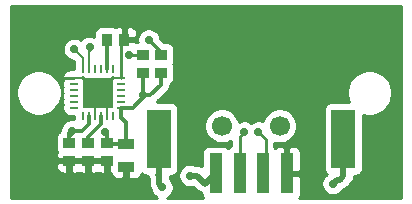
<source format=gtl>
G04 #@! TF.GenerationSoftware,KiCad,Pcbnew,5.1.9-73d0e3b20d~88~ubuntu18.04.1*
G04 #@! TF.CreationDate,2021-04-05T21:15:54-07:00*
G04 #@! TF.ProjectId,accelgyro_mpu6050_d2r3,61636365-6c67-4797-926f-5f6d70753630,rev?*
G04 #@! TF.SameCoordinates,Original*
G04 #@! TF.FileFunction,Copper,L1,Top*
G04 #@! TF.FilePolarity,Positive*
%FSLAX46Y46*%
G04 Gerber Fmt 4.6, Leading zero omitted, Abs format (unit mm)*
G04 Created by KiCad (PCBNEW 5.1.9-73d0e3b20d~88~ubuntu18.04.1) date 2021-04-05 21:15:54*
%MOMM*%
%LPD*%
G01*
G04 APERTURE LIST*
G04 #@! TA.AperFunction,SMDPad,CuDef*
%ADD10R,1.000760X0.899160*%
G04 #@! TD*
G04 #@! TA.AperFunction,SMDPad,CuDef*
%ADD11R,0.899160X1.000760*%
G04 #@! TD*
G04 #@! TA.AperFunction,SMDPad,CuDef*
%ADD12R,2.499360X2.499360*%
G04 #@! TD*
G04 #@! TA.AperFunction,SMDPad,CuDef*
%ADD13O,0.800100X0.248920*%
G04 #@! TD*
G04 #@! TA.AperFunction,SMDPad,CuDef*
%ADD14O,0.248920X0.800100*%
G04 #@! TD*
G04 #@! TA.AperFunction,ComponentPad*
%ADD15C,0.600000*%
G04 #@! TD*
G04 #@! TA.AperFunction,SMDPad,CuDef*
%ADD16R,1.397000X0.889000*%
G04 #@! TD*
G04 #@! TA.AperFunction,WasherPad*
%ADD17C,1.700000*%
G04 #@! TD*
G04 #@! TA.AperFunction,SMDPad,CuDef*
%ADD18R,1.120000X3.390000*%
G04 #@! TD*
G04 #@! TA.AperFunction,SMDPad,CuDef*
%ADD19R,2.000000X5.000000*%
G04 #@! TD*
G04 #@! TA.AperFunction,ViaPad*
%ADD20C,0.700000*%
G04 #@! TD*
G04 #@! TA.AperFunction,Conductor*
%ADD21C,0.300000*%
G04 #@! TD*
G04 #@! TA.AperFunction,Conductor*
%ADD22C,0.200000*%
G04 #@! TD*
G04 #@! TA.AperFunction,Conductor*
%ADD23C,0.500000*%
G04 #@! TD*
G04 #@! TA.AperFunction,Conductor*
%ADD24C,0.250000*%
G04 #@! TD*
G04 #@! TA.AperFunction,Conductor*
%ADD25C,0.254000*%
G04 #@! TD*
G04 #@! TA.AperFunction,Conductor*
%ADD26C,0.150000*%
G04 #@! TD*
G04 APERTURE END LIST*
D10*
X140600000Y-105751840D03*
X140600000Y-104248160D03*
D11*
X145251840Y-95500000D03*
X143748160Y-95500000D03*
D10*
X142200000Y-105751840D03*
X142200000Y-104248160D03*
X143800000Y-105751840D03*
X143800000Y-104248160D03*
D12*
X143000000Y-100000000D03*
D13*
X141001020Y-98750320D03*
X141001020Y-99250700D03*
X141001020Y-99751080D03*
X141001020Y-100248920D03*
X141001020Y-100749300D03*
X141001020Y-101249680D03*
D14*
X141750320Y-101998980D03*
X142250700Y-101998980D03*
X142751080Y-101998980D03*
X143248920Y-101998980D03*
X143749300Y-101998980D03*
X144249680Y-101998980D03*
D13*
X144998980Y-101249680D03*
X144998980Y-100749300D03*
X144998980Y-100248920D03*
X144998980Y-99751080D03*
X144998980Y-99250700D03*
X144998980Y-98750320D03*
D14*
X144249680Y-98001020D03*
X143749300Y-98001020D03*
X143248920Y-98001020D03*
X142751080Y-98001020D03*
X142250700Y-98001020D03*
X141750320Y-98001020D03*
D15*
X143000000Y-100000000D03*
X143762000Y-99238000D03*
X142238000Y-99238000D03*
X143762000Y-100762000D03*
X142238000Y-100762000D03*
D16*
X145400000Y-104347500D03*
X145400000Y-106252500D03*
D10*
X146812000Y-96784160D03*
X146812000Y-98287840D03*
X148336000Y-98287840D03*
X148336000Y-96784160D03*
D17*
X158400000Y-102800000D03*
D18*
X155000000Y-106800000D03*
X157000000Y-106800000D03*
X159000000Y-106800000D03*
X153000000Y-106800000D03*
D17*
X153500000Y-102800000D03*
D19*
X163800000Y-103900000D03*
X148200000Y-103900000D03*
D20*
X142300000Y-96150000D03*
X145600000Y-96800000D03*
X156600000Y-103300000D03*
X141000000Y-96300000D03*
X147320000Y-95504000D03*
X155400000Y-103300000D03*
X146800000Y-100200000D03*
X143600000Y-103300000D03*
X140800000Y-103200000D03*
X150800000Y-107000000D03*
X148450000Y-108000000D03*
X162900000Y-107700000D03*
D21*
X144249680Y-98750320D02*
X143000000Y-100000000D01*
X141750320Y-98750320D02*
X143000000Y-100000000D01*
D22*
X143149250Y-100000000D02*
X143000000Y-100000000D01*
X144398930Y-98750320D02*
X143149250Y-100000000D01*
X144998980Y-98750320D02*
X144398930Y-98750320D01*
X141750320Y-98750320D02*
X142238000Y-99238000D01*
X141001020Y-98750320D02*
X141750320Y-98750320D01*
X142751080Y-100248920D02*
X143000000Y-100000000D01*
X142751080Y-101998980D02*
X142751080Y-100248920D01*
X143749300Y-100749300D02*
X143000000Y-100000000D01*
X143749300Y-101998980D02*
X143749300Y-100749300D01*
D23*
X145400000Y-107197000D02*
X145400000Y-106252500D01*
X145400000Y-107197000D02*
X145147000Y-107450000D01*
X143800000Y-107200000D02*
X143800000Y-105751840D01*
X144050000Y-107450000D02*
X143800000Y-107200000D01*
X144550000Y-107450000D02*
X144050000Y-107450000D01*
X145147000Y-107450000D02*
X144550000Y-107450000D01*
X142200000Y-107200000D02*
X142200000Y-105751840D01*
X142450000Y-107450000D02*
X142200000Y-107200000D01*
X143300000Y-107450000D02*
X142450000Y-107450000D01*
X143300000Y-107450000D02*
X141250000Y-107450000D01*
X144550000Y-107450000D02*
X143300000Y-107450000D01*
X140600000Y-106800000D02*
X140600000Y-105751840D01*
X141250000Y-107450000D02*
X140600000Y-106800000D01*
D24*
X144998980Y-95752860D02*
X145251840Y-95500000D01*
X144998980Y-98750320D02*
X144998980Y-95752860D01*
X141001020Y-98750320D02*
X140150320Y-98750320D01*
D22*
X142300000Y-96150000D02*
X142250700Y-96899300D01*
X142250700Y-96899300D02*
X142250700Y-98001020D01*
D24*
X146314160Y-96784160D02*
X146812000Y-96784160D01*
X145600000Y-96800000D02*
X146314160Y-96784160D01*
X156600000Y-103300000D02*
X157200000Y-103900000D01*
X157200000Y-106600000D02*
X157000000Y-106800000D01*
X157200000Y-103900000D02*
X157200000Y-106600000D01*
D22*
X141750320Y-97050320D02*
X141750320Y-98001020D01*
X141000000Y-96300000D02*
X141750320Y-97050320D01*
D24*
X148336000Y-96784160D02*
X148336000Y-96520000D01*
X148336000Y-96520000D02*
X147320000Y-95504000D01*
X155000000Y-106800000D02*
X155000000Y-103700000D01*
X155000000Y-103700000D02*
X155400000Y-103300000D01*
D21*
X140600000Y-104248160D02*
X140600000Y-103400000D01*
X143800000Y-103500000D02*
X143800000Y-104248160D01*
X143600000Y-103300000D02*
X143800000Y-103500000D01*
X140600000Y-103400000D02*
X140800000Y-103200000D01*
X144998980Y-101249680D02*
X145950320Y-101249680D01*
X145950320Y-101249680D02*
X146900000Y-100300000D01*
X140600000Y-103700000D02*
X140600000Y-104248160D01*
X141100000Y-103200000D02*
X140600000Y-103700000D01*
X141700000Y-103200000D02*
X141100000Y-103200000D01*
X142250700Y-102649300D02*
X141700000Y-103200000D01*
X142250700Y-101998980D02*
X142250700Y-102649300D01*
X143899340Y-104347500D02*
X143800000Y-104248160D01*
X145400000Y-104347500D02*
X143899340Y-104347500D01*
X145400000Y-102500000D02*
X145400000Y-104347500D01*
X144998980Y-102098980D02*
X145400000Y-102500000D01*
X144998980Y-101249680D02*
X144998980Y-102098980D01*
X146800000Y-98324278D02*
X146824219Y-98300059D01*
X146800000Y-100200000D02*
X146800000Y-98324278D01*
X146800000Y-100200000D02*
X147450000Y-100200000D01*
X148336000Y-99314000D02*
X148336000Y-98287840D01*
X147450000Y-100200000D02*
X148336000Y-99314000D01*
D23*
X153000000Y-106800000D02*
X152100000Y-107700000D01*
X152100000Y-107700000D02*
X151400000Y-107000000D01*
X151400000Y-107000000D02*
X150800000Y-107000000D01*
D21*
X143749300Y-95501140D02*
X143748160Y-95500000D01*
X143749300Y-98001020D02*
X143749300Y-95501140D01*
X142200000Y-103700000D02*
X142200000Y-104248160D01*
X143248920Y-102651080D02*
X142200000Y-103700000D01*
X143248920Y-101998980D02*
X143248920Y-102651080D01*
D23*
X148200000Y-106900000D02*
X148110010Y-106989990D01*
X148200000Y-103900000D02*
X148200000Y-106900000D01*
X148200000Y-106900000D02*
X148200000Y-107750000D01*
X148200000Y-107750000D02*
X148450000Y-108000000D01*
X163249999Y-107350001D02*
X163500001Y-107350001D01*
X162900000Y-107700000D02*
X163249999Y-107350001D01*
X163800000Y-107050002D02*
X163800000Y-103900000D01*
X163500001Y-107350001D02*
X163800000Y-107050002D01*
D25*
X168673000Y-108873000D02*
X160071246Y-108873000D01*
X160090537Y-108849494D01*
X160149502Y-108739180D01*
X160185812Y-108619482D01*
X160198072Y-108495000D01*
X160196130Y-107603774D01*
X161923000Y-107603774D01*
X161923000Y-107796226D01*
X161960546Y-107984980D01*
X162034194Y-108162783D01*
X162141115Y-108322801D01*
X162277199Y-108458885D01*
X162437217Y-108565806D01*
X162615020Y-108639454D01*
X162803774Y-108677000D01*
X162996226Y-108677000D01*
X163184980Y-108639454D01*
X163362783Y-108565806D01*
X163522801Y-108458885D01*
X163658885Y-108322801D01*
X163746490Y-108191691D01*
X163837238Y-108164163D01*
X163989593Y-108082728D01*
X164123134Y-107973134D01*
X164150598Y-107939668D01*
X164389665Y-107700601D01*
X164423133Y-107673135D01*
X164532727Y-107539594D01*
X164614162Y-107387239D01*
X164652636Y-107260408D01*
X164664310Y-107221925D01*
X164681243Y-107050002D01*
X164679276Y-107030033D01*
X164800000Y-107030033D01*
X164922913Y-107017927D01*
X165041103Y-106982075D01*
X165150028Y-106923853D01*
X165245501Y-106845501D01*
X165323853Y-106750028D01*
X165382075Y-106641103D01*
X165417927Y-106522913D01*
X165430033Y-106400000D01*
X165430033Y-101849682D01*
X165437915Y-101852947D01*
X165810207Y-101927000D01*
X166189793Y-101927000D01*
X166562085Y-101852947D01*
X166912777Y-101707685D01*
X167228391Y-101496799D01*
X167496799Y-101228391D01*
X167707685Y-100912777D01*
X167852947Y-100562085D01*
X167927000Y-100189793D01*
X167927000Y-99810207D01*
X167852947Y-99437915D01*
X167707685Y-99087223D01*
X167496799Y-98771609D01*
X167228391Y-98503201D01*
X166912777Y-98292315D01*
X166562085Y-98147053D01*
X166189793Y-98073000D01*
X165810207Y-98073000D01*
X165437915Y-98147053D01*
X165087223Y-98292315D01*
X164771609Y-98503201D01*
X164503201Y-98771609D01*
X164292315Y-99087223D01*
X164147053Y-99437915D01*
X164073000Y-99810207D01*
X164073000Y-100189793D01*
X164147053Y-100562085D01*
X164233161Y-100769967D01*
X162800000Y-100769967D01*
X162677087Y-100782073D01*
X162558897Y-100817925D01*
X162449972Y-100876147D01*
X162354499Y-100954499D01*
X162276147Y-101049972D01*
X162217925Y-101158897D01*
X162182073Y-101277087D01*
X162169967Y-101400000D01*
X162169967Y-106400000D01*
X162182073Y-106522913D01*
X162217925Y-106641103D01*
X162276147Y-106750028D01*
X162354499Y-106845501D01*
X162384028Y-106869734D01*
X162277199Y-106941115D01*
X162141115Y-107077199D01*
X162034194Y-107237217D01*
X161960546Y-107415020D01*
X161923000Y-107603774D01*
X160196130Y-107603774D01*
X160195000Y-107085750D01*
X160036250Y-106927000D01*
X159127000Y-106927000D01*
X159127000Y-106947000D01*
X158873000Y-106947000D01*
X158873000Y-106927000D01*
X158853000Y-106927000D01*
X158853000Y-106673000D01*
X158873000Y-106673000D01*
X158873000Y-104628750D01*
X159127000Y-104628750D01*
X159127000Y-106673000D01*
X160036250Y-106673000D01*
X160195000Y-106514250D01*
X160198072Y-105105000D01*
X160185812Y-104980518D01*
X160149502Y-104860820D01*
X160090537Y-104750506D01*
X160011185Y-104653815D01*
X159914494Y-104574463D01*
X159804180Y-104515498D01*
X159684482Y-104479188D01*
X159560000Y-104466928D01*
X159285750Y-104470000D01*
X159127000Y-104628750D01*
X158873000Y-104628750D01*
X158714250Y-104470000D01*
X158440000Y-104466928D01*
X158315518Y-104479188D01*
X158195820Y-104515498D01*
X158085506Y-104574463D01*
X157993695Y-104649810D01*
X157952000Y-104615592D01*
X157952000Y-104213126D01*
X157969175Y-104220240D01*
X158254528Y-104277000D01*
X158545472Y-104277000D01*
X158830825Y-104220240D01*
X159099622Y-104108901D01*
X159341533Y-103947261D01*
X159547261Y-103741533D01*
X159708901Y-103499622D01*
X159820240Y-103230825D01*
X159877000Y-102945472D01*
X159877000Y-102654528D01*
X159820240Y-102369175D01*
X159708901Y-102100378D01*
X159547261Y-101858467D01*
X159341533Y-101652739D01*
X159099622Y-101491099D01*
X158830825Y-101379760D01*
X158545472Y-101323000D01*
X158254528Y-101323000D01*
X157969175Y-101379760D01*
X157700378Y-101491099D01*
X157458467Y-101652739D01*
X157252739Y-101858467D01*
X157091099Y-102100378D01*
X156979760Y-102369175D01*
X156974131Y-102397473D01*
X156884980Y-102360546D01*
X156696226Y-102323000D01*
X156503774Y-102323000D01*
X156315020Y-102360546D01*
X156137217Y-102434194D01*
X156000000Y-102525880D01*
X155862783Y-102434194D01*
X155684980Y-102360546D01*
X155496226Y-102323000D01*
X155303774Y-102323000D01*
X155115020Y-102360546D01*
X154937217Y-102434194D01*
X154933647Y-102436579D01*
X154920240Y-102369175D01*
X154808901Y-102100378D01*
X154647261Y-101858467D01*
X154441533Y-101652739D01*
X154199622Y-101491099D01*
X153930825Y-101379760D01*
X153645472Y-101323000D01*
X153354528Y-101323000D01*
X153069175Y-101379760D01*
X152800378Y-101491099D01*
X152558467Y-101652739D01*
X152352739Y-101858467D01*
X152191099Y-102100378D01*
X152079760Y-102369175D01*
X152023000Y-102654528D01*
X152023000Y-102945472D01*
X152079760Y-103230825D01*
X152191099Y-103499622D01*
X152352739Y-103741533D01*
X152558467Y-103947261D01*
X152800378Y-104108901D01*
X153069175Y-104220240D01*
X153354528Y-104277000D01*
X153645472Y-104277000D01*
X153930825Y-104220240D01*
X154199622Y-104108901D01*
X154248001Y-104076575D01*
X154248001Y-104508030D01*
X154198897Y-104522925D01*
X154089972Y-104581147D01*
X154000000Y-104654984D01*
X153910028Y-104581147D01*
X153801103Y-104522925D01*
X153682913Y-104487073D01*
X153560000Y-104474967D01*
X152440000Y-104474967D01*
X152317087Y-104487073D01*
X152198897Y-104522925D01*
X152089972Y-104581147D01*
X151994499Y-104659499D01*
X151916147Y-104754972D01*
X151857925Y-104863897D01*
X151822073Y-104982087D01*
X151809967Y-105105000D01*
X151809967Y-106224713D01*
X151737237Y-106185838D01*
X151571922Y-106135690D01*
X151443079Y-106123000D01*
X151400000Y-106118757D01*
X151356921Y-106123000D01*
X151235758Y-106123000D01*
X151084980Y-106060546D01*
X150896226Y-106023000D01*
X150703774Y-106023000D01*
X150515020Y-106060546D01*
X150337217Y-106134194D01*
X150177199Y-106241115D01*
X150041115Y-106377199D01*
X149934194Y-106537217D01*
X149860546Y-106715020D01*
X149823000Y-106903774D01*
X149823000Y-107096226D01*
X149860546Y-107284980D01*
X149934194Y-107462783D01*
X150041115Y-107622801D01*
X150177199Y-107758885D01*
X150337217Y-107865806D01*
X150515020Y-107939454D01*
X150703774Y-107977000D01*
X150896226Y-107977000D01*
X151084980Y-107939454D01*
X151095027Y-107935292D01*
X151449412Y-108289677D01*
X151476868Y-108323132D01*
X151510323Y-108350588D01*
X151510328Y-108350593D01*
X151610407Y-108432726D01*
X151703953Y-108482727D01*
X151762764Y-108514162D01*
X151813366Y-108529512D01*
X151822073Y-108617913D01*
X151857925Y-108736103D01*
X151916147Y-108845028D01*
X151939103Y-108873000D01*
X148895415Y-108873000D01*
X148912783Y-108865806D01*
X149072801Y-108758885D01*
X149208885Y-108622801D01*
X149315806Y-108462783D01*
X149389454Y-108284980D01*
X149427000Y-108096226D01*
X149427000Y-107903774D01*
X149389454Y-107715020D01*
X149315806Y-107537217D01*
X149208885Y-107377199D01*
X149077000Y-107245314D01*
X149077000Y-107030033D01*
X149200000Y-107030033D01*
X149322913Y-107017927D01*
X149441103Y-106982075D01*
X149550028Y-106923853D01*
X149645501Y-106845501D01*
X149723853Y-106750028D01*
X149782075Y-106641103D01*
X149817927Y-106522913D01*
X149830033Y-106400000D01*
X149830033Y-101400000D01*
X149817927Y-101277087D01*
X149782075Y-101158897D01*
X149723853Y-101049972D01*
X149645501Y-100954499D01*
X149550028Y-100876147D01*
X149441103Y-100817925D01*
X149322913Y-100782073D01*
X149200000Y-100769967D01*
X147980284Y-100769967D01*
X148002080Y-100752080D01*
X148026412Y-100722431D01*
X148858437Y-99890407D01*
X148888080Y-99866080D01*
X148912409Y-99836435D01*
X148985177Y-99747767D01*
X149057327Y-99612784D01*
X149060062Y-99603768D01*
X149101757Y-99466319D01*
X149113000Y-99352166D01*
X149113000Y-99352157D01*
X149116758Y-99314001D01*
X149115308Y-99299277D01*
X149186408Y-99261273D01*
X149281881Y-99182921D01*
X149360233Y-99087448D01*
X149418455Y-98978523D01*
X149454307Y-98860333D01*
X149466413Y-98737420D01*
X149466413Y-97838260D01*
X149454307Y-97715347D01*
X149418455Y-97597157D01*
X149385766Y-97536000D01*
X149418455Y-97474843D01*
X149454307Y-97356653D01*
X149466413Y-97233740D01*
X149466413Y-96334580D01*
X149454307Y-96211667D01*
X149418455Y-96093477D01*
X149360233Y-95984552D01*
X149281881Y-95889079D01*
X149186408Y-95810727D01*
X149077483Y-95752505D01*
X148959293Y-95716653D01*
X148836380Y-95704547D01*
X148584036Y-95704547D01*
X148297000Y-95417512D01*
X148297000Y-95407774D01*
X148259454Y-95219020D01*
X148185806Y-95041217D01*
X148078885Y-94881199D01*
X147942801Y-94745115D01*
X147782783Y-94638194D01*
X147604980Y-94564546D01*
X147416226Y-94527000D01*
X147223774Y-94527000D01*
X147035020Y-94564546D01*
X146857217Y-94638194D01*
X146697199Y-94745115D01*
X146561115Y-94881199D01*
X146454194Y-95041217D01*
X146380546Y-95219020D01*
X146343000Y-95407774D01*
X146343000Y-95600226D01*
X146363751Y-95704547D01*
X146311620Y-95704547D01*
X146260274Y-95709604D01*
X146177670Y-95627000D01*
X145378840Y-95627000D01*
X145378840Y-95647000D01*
X145124840Y-95647000D01*
X145124840Y-95627000D01*
X145104840Y-95627000D01*
X145104840Y-95373000D01*
X145124840Y-95373000D01*
X145124840Y-94523370D01*
X145378840Y-94523370D01*
X145378840Y-95373000D01*
X146177670Y-95373000D01*
X146336420Y-95214250D01*
X146339492Y-94999620D01*
X146327232Y-94875138D01*
X146290922Y-94755440D01*
X146231957Y-94645126D01*
X146152605Y-94548435D01*
X146055914Y-94469083D01*
X145945600Y-94410118D01*
X145825902Y-94373808D01*
X145701420Y-94361548D01*
X145537590Y-94364620D01*
X145378840Y-94523370D01*
X145124840Y-94523370D01*
X144966090Y-94364620D01*
X144802260Y-94361548D01*
X144677778Y-94373808D01*
X144558080Y-94410118D01*
X144491514Y-94445699D01*
X144438843Y-94417545D01*
X144320653Y-94381693D01*
X144197740Y-94369587D01*
X143298580Y-94369587D01*
X143175667Y-94381693D01*
X143057477Y-94417545D01*
X142948552Y-94475767D01*
X142853079Y-94554119D01*
X142774727Y-94649592D01*
X142716505Y-94758517D01*
X142680653Y-94876707D01*
X142668547Y-94999620D01*
X142668547Y-95245160D01*
X142584980Y-95210546D01*
X142396226Y-95173000D01*
X142203774Y-95173000D01*
X142015020Y-95210546D01*
X141837217Y-95284194D01*
X141677199Y-95391115D01*
X141565492Y-95502822D01*
X141462783Y-95434194D01*
X141284980Y-95360546D01*
X141096226Y-95323000D01*
X140903774Y-95323000D01*
X140715020Y-95360546D01*
X140537217Y-95434194D01*
X140377199Y-95541115D01*
X140241115Y-95677199D01*
X140134194Y-95837217D01*
X140060546Y-96015020D01*
X140023000Y-96203774D01*
X140023000Y-96396226D01*
X140060546Y-96584980D01*
X140134194Y-96762783D01*
X140241115Y-96922801D01*
X140377199Y-97058885D01*
X140537217Y-97165806D01*
X140715020Y-97239454D01*
X140903774Y-97277000D01*
X140948867Y-97277000D01*
X141023320Y-97351454D01*
X141023321Y-97533329D01*
X141009734Y-97578118D01*
X140998860Y-97688523D01*
X140998860Y-97990860D01*
X140598430Y-97990860D01*
X140452707Y-98030229D01*
X140317465Y-98097271D01*
X140197900Y-98189409D01*
X140098608Y-98303103D01*
X140023405Y-98433983D01*
X139975320Y-98631514D01*
X140124720Y-98750320D01*
X139975320Y-98869126D01*
X140011198Y-99016511D01*
X139984844Y-99103388D01*
X139970335Y-99250700D01*
X139984844Y-99398012D01*
X140016052Y-99500890D01*
X139984844Y-99603768D01*
X139970335Y-99751080D01*
X139984844Y-99898392D01*
X140015666Y-100000000D01*
X139984844Y-100101608D01*
X139970335Y-100248920D01*
X139984844Y-100396232D01*
X140016052Y-100499110D01*
X139984844Y-100601988D01*
X139970335Y-100749300D01*
X139984844Y-100896612D01*
X140016052Y-100999490D01*
X139984844Y-101102368D01*
X139970335Y-101249680D01*
X139984844Y-101396992D01*
X140027813Y-101538642D01*
X140097591Y-101669188D01*
X140191497Y-101783613D01*
X140305922Y-101877519D01*
X140436468Y-101947297D01*
X140578118Y-101990266D01*
X140688523Y-102001140D01*
X140998860Y-102001140D01*
X140998860Y-102243415D01*
X140896226Y-102223000D01*
X140703774Y-102223000D01*
X140515020Y-102260546D01*
X140337217Y-102334194D01*
X140177199Y-102441115D01*
X140041115Y-102577199D01*
X139934194Y-102737217D01*
X139860546Y-102915020D01*
X139823000Y-103103774D01*
X139823000Y-103235489D01*
X139749592Y-103274727D01*
X139654119Y-103353079D01*
X139575767Y-103448552D01*
X139517545Y-103557477D01*
X139481693Y-103675667D01*
X139469587Y-103798580D01*
X139469587Y-104697740D01*
X139481693Y-104820653D01*
X139517545Y-104938843D01*
X139545699Y-104991514D01*
X139510118Y-105058080D01*
X139473808Y-105177778D01*
X139461548Y-105302260D01*
X139464620Y-105466090D01*
X139623370Y-105624840D01*
X140473000Y-105624840D01*
X140473000Y-105604840D01*
X140727000Y-105604840D01*
X140727000Y-105624840D01*
X142073000Y-105624840D01*
X142073000Y-105604840D01*
X142327000Y-105604840D01*
X142327000Y-105624840D01*
X143673000Y-105624840D01*
X143673000Y-105604840D01*
X143927000Y-105604840D01*
X143927000Y-105624840D01*
X143947000Y-105624840D01*
X143947000Y-105878840D01*
X143927000Y-105878840D01*
X143927000Y-106677670D01*
X144077811Y-106828481D01*
X144111998Y-106941180D01*
X144170963Y-107051494D01*
X144250315Y-107148185D01*
X144347006Y-107227537D01*
X144457320Y-107286502D01*
X144577018Y-107322812D01*
X144701500Y-107335072D01*
X145114250Y-107332000D01*
X145273000Y-107173250D01*
X145273000Y-106379500D01*
X145253000Y-106379500D01*
X145253000Y-106125500D01*
X145273000Y-106125500D01*
X145273000Y-106105500D01*
X145527000Y-106105500D01*
X145527000Y-106125500D01*
X145547000Y-106125500D01*
X145547000Y-106379500D01*
X145527000Y-106379500D01*
X145527000Y-107173250D01*
X145685750Y-107332000D01*
X146098500Y-107335072D01*
X146222982Y-107322812D01*
X146342680Y-107286502D01*
X146452994Y-107227537D01*
X146549685Y-107148185D01*
X146629037Y-107051494D01*
X146688002Y-106941180D01*
X146724312Y-106821482D01*
X146725434Y-106810085D01*
X146754499Y-106845501D01*
X146849972Y-106923853D01*
X146958897Y-106982075D01*
X147077087Y-107017927D01*
X147200000Y-107030033D01*
X147232711Y-107030033D01*
X147245700Y-107161912D01*
X147295848Y-107327226D01*
X147323000Y-107378024D01*
X147323000Y-107706921D01*
X147318757Y-107750000D01*
X147335690Y-107921922D01*
X147385838Y-108087236D01*
X147467274Y-108239592D01*
X147516684Y-108299799D01*
X147584194Y-108462783D01*
X147691115Y-108622801D01*
X147827199Y-108758885D01*
X147987217Y-108865806D01*
X148004585Y-108873000D01*
X135677000Y-108873000D01*
X135677000Y-106201420D01*
X139461548Y-106201420D01*
X139473808Y-106325902D01*
X139510118Y-106445600D01*
X139569083Y-106555914D01*
X139648435Y-106652605D01*
X139745126Y-106731957D01*
X139855440Y-106790922D01*
X139975138Y-106827232D01*
X140099620Y-106839492D01*
X140314250Y-106836420D01*
X140473000Y-106677670D01*
X140473000Y-105878840D01*
X140727000Y-105878840D01*
X140727000Y-106677670D01*
X140885750Y-106836420D01*
X141100380Y-106839492D01*
X141224862Y-106827232D01*
X141344560Y-106790922D01*
X141400000Y-106761288D01*
X141455440Y-106790922D01*
X141575138Y-106827232D01*
X141699620Y-106839492D01*
X141914250Y-106836420D01*
X142073000Y-106677670D01*
X142073000Y-105878840D01*
X142327000Y-105878840D01*
X142327000Y-106677670D01*
X142485750Y-106836420D01*
X142700380Y-106839492D01*
X142824862Y-106827232D01*
X142944560Y-106790922D01*
X143000000Y-106761288D01*
X143055440Y-106790922D01*
X143175138Y-106827232D01*
X143299620Y-106839492D01*
X143514250Y-106836420D01*
X143673000Y-106677670D01*
X143673000Y-105878840D01*
X142327000Y-105878840D01*
X142073000Y-105878840D01*
X140727000Y-105878840D01*
X140473000Y-105878840D01*
X139623370Y-105878840D01*
X139464620Y-106037590D01*
X139461548Y-106201420D01*
X135677000Y-106201420D01*
X135677000Y-99810207D01*
X136073000Y-99810207D01*
X136073000Y-100189793D01*
X136147053Y-100562085D01*
X136292315Y-100912777D01*
X136503201Y-101228391D01*
X136771609Y-101496799D01*
X137087223Y-101707685D01*
X137437915Y-101852947D01*
X137810207Y-101927000D01*
X138189793Y-101927000D01*
X138562085Y-101852947D01*
X138912777Y-101707685D01*
X139228391Y-101496799D01*
X139496799Y-101228391D01*
X139707685Y-100912777D01*
X139852947Y-100562085D01*
X139927000Y-100189793D01*
X139927000Y-99810207D01*
X139852947Y-99437915D01*
X139707685Y-99087223D01*
X139496799Y-98771609D01*
X139228391Y-98503201D01*
X138912777Y-98292315D01*
X138562085Y-98147053D01*
X138189793Y-98073000D01*
X137810207Y-98073000D01*
X137437915Y-98147053D01*
X137087223Y-98292315D01*
X136771609Y-98503201D01*
X136503201Y-98771609D01*
X136292315Y-99087223D01*
X136147053Y-99437915D01*
X136073000Y-99810207D01*
X135677000Y-99810207D01*
X135677000Y-92677000D01*
X168673000Y-92677000D01*
X168673000Y-108873000D01*
G04 #@! TA.AperFunction,Conductor*
D26*
G36*
X168673000Y-108873000D02*
G01*
X160071246Y-108873000D01*
X160090537Y-108849494D01*
X160149502Y-108739180D01*
X160185812Y-108619482D01*
X160198072Y-108495000D01*
X160196130Y-107603774D01*
X161923000Y-107603774D01*
X161923000Y-107796226D01*
X161960546Y-107984980D01*
X162034194Y-108162783D01*
X162141115Y-108322801D01*
X162277199Y-108458885D01*
X162437217Y-108565806D01*
X162615020Y-108639454D01*
X162803774Y-108677000D01*
X162996226Y-108677000D01*
X163184980Y-108639454D01*
X163362783Y-108565806D01*
X163522801Y-108458885D01*
X163658885Y-108322801D01*
X163746490Y-108191691D01*
X163837238Y-108164163D01*
X163989593Y-108082728D01*
X164123134Y-107973134D01*
X164150598Y-107939668D01*
X164389665Y-107700601D01*
X164423133Y-107673135D01*
X164532727Y-107539594D01*
X164614162Y-107387239D01*
X164652636Y-107260408D01*
X164664310Y-107221925D01*
X164681243Y-107050002D01*
X164679276Y-107030033D01*
X164800000Y-107030033D01*
X164922913Y-107017927D01*
X165041103Y-106982075D01*
X165150028Y-106923853D01*
X165245501Y-106845501D01*
X165323853Y-106750028D01*
X165382075Y-106641103D01*
X165417927Y-106522913D01*
X165430033Y-106400000D01*
X165430033Y-101849682D01*
X165437915Y-101852947D01*
X165810207Y-101927000D01*
X166189793Y-101927000D01*
X166562085Y-101852947D01*
X166912777Y-101707685D01*
X167228391Y-101496799D01*
X167496799Y-101228391D01*
X167707685Y-100912777D01*
X167852947Y-100562085D01*
X167927000Y-100189793D01*
X167927000Y-99810207D01*
X167852947Y-99437915D01*
X167707685Y-99087223D01*
X167496799Y-98771609D01*
X167228391Y-98503201D01*
X166912777Y-98292315D01*
X166562085Y-98147053D01*
X166189793Y-98073000D01*
X165810207Y-98073000D01*
X165437915Y-98147053D01*
X165087223Y-98292315D01*
X164771609Y-98503201D01*
X164503201Y-98771609D01*
X164292315Y-99087223D01*
X164147053Y-99437915D01*
X164073000Y-99810207D01*
X164073000Y-100189793D01*
X164147053Y-100562085D01*
X164233161Y-100769967D01*
X162800000Y-100769967D01*
X162677087Y-100782073D01*
X162558897Y-100817925D01*
X162449972Y-100876147D01*
X162354499Y-100954499D01*
X162276147Y-101049972D01*
X162217925Y-101158897D01*
X162182073Y-101277087D01*
X162169967Y-101400000D01*
X162169967Y-106400000D01*
X162182073Y-106522913D01*
X162217925Y-106641103D01*
X162276147Y-106750028D01*
X162354499Y-106845501D01*
X162384028Y-106869734D01*
X162277199Y-106941115D01*
X162141115Y-107077199D01*
X162034194Y-107237217D01*
X161960546Y-107415020D01*
X161923000Y-107603774D01*
X160196130Y-107603774D01*
X160195000Y-107085750D01*
X160036250Y-106927000D01*
X159127000Y-106927000D01*
X159127000Y-106947000D01*
X158873000Y-106947000D01*
X158873000Y-106927000D01*
X158853000Y-106927000D01*
X158853000Y-106673000D01*
X158873000Y-106673000D01*
X158873000Y-104628750D01*
X159127000Y-104628750D01*
X159127000Y-106673000D01*
X160036250Y-106673000D01*
X160195000Y-106514250D01*
X160198072Y-105105000D01*
X160185812Y-104980518D01*
X160149502Y-104860820D01*
X160090537Y-104750506D01*
X160011185Y-104653815D01*
X159914494Y-104574463D01*
X159804180Y-104515498D01*
X159684482Y-104479188D01*
X159560000Y-104466928D01*
X159285750Y-104470000D01*
X159127000Y-104628750D01*
X158873000Y-104628750D01*
X158714250Y-104470000D01*
X158440000Y-104466928D01*
X158315518Y-104479188D01*
X158195820Y-104515498D01*
X158085506Y-104574463D01*
X157993695Y-104649810D01*
X157952000Y-104615592D01*
X157952000Y-104213126D01*
X157969175Y-104220240D01*
X158254528Y-104277000D01*
X158545472Y-104277000D01*
X158830825Y-104220240D01*
X159099622Y-104108901D01*
X159341533Y-103947261D01*
X159547261Y-103741533D01*
X159708901Y-103499622D01*
X159820240Y-103230825D01*
X159877000Y-102945472D01*
X159877000Y-102654528D01*
X159820240Y-102369175D01*
X159708901Y-102100378D01*
X159547261Y-101858467D01*
X159341533Y-101652739D01*
X159099622Y-101491099D01*
X158830825Y-101379760D01*
X158545472Y-101323000D01*
X158254528Y-101323000D01*
X157969175Y-101379760D01*
X157700378Y-101491099D01*
X157458467Y-101652739D01*
X157252739Y-101858467D01*
X157091099Y-102100378D01*
X156979760Y-102369175D01*
X156974131Y-102397473D01*
X156884980Y-102360546D01*
X156696226Y-102323000D01*
X156503774Y-102323000D01*
X156315020Y-102360546D01*
X156137217Y-102434194D01*
X156000000Y-102525880D01*
X155862783Y-102434194D01*
X155684980Y-102360546D01*
X155496226Y-102323000D01*
X155303774Y-102323000D01*
X155115020Y-102360546D01*
X154937217Y-102434194D01*
X154933647Y-102436579D01*
X154920240Y-102369175D01*
X154808901Y-102100378D01*
X154647261Y-101858467D01*
X154441533Y-101652739D01*
X154199622Y-101491099D01*
X153930825Y-101379760D01*
X153645472Y-101323000D01*
X153354528Y-101323000D01*
X153069175Y-101379760D01*
X152800378Y-101491099D01*
X152558467Y-101652739D01*
X152352739Y-101858467D01*
X152191099Y-102100378D01*
X152079760Y-102369175D01*
X152023000Y-102654528D01*
X152023000Y-102945472D01*
X152079760Y-103230825D01*
X152191099Y-103499622D01*
X152352739Y-103741533D01*
X152558467Y-103947261D01*
X152800378Y-104108901D01*
X153069175Y-104220240D01*
X153354528Y-104277000D01*
X153645472Y-104277000D01*
X153930825Y-104220240D01*
X154199622Y-104108901D01*
X154248001Y-104076575D01*
X154248001Y-104508030D01*
X154198897Y-104522925D01*
X154089972Y-104581147D01*
X154000000Y-104654984D01*
X153910028Y-104581147D01*
X153801103Y-104522925D01*
X153682913Y-104487073D01*
X153560000Y-104474967D01*
X152440000Y-104474967D01*
X152317087Y-104487073D01*
X152198897Y-104522925D01*
X152089972Y-104581147D01*
X151994499Y-104659499D01*
X151916147Y-104754972D01*
X151857925Y-104863897D01*
X151822073Y-104982087D01*
X151809967Y-105105000D01*
X151809967Y-106224713D01*
X151737237Y-106185838D01*
X151571922Y-106135690D01*
X151443079Y-106123000D01*
X151400000Y-106118757D01*
X151356921Y-106123000D01*
X151235758Y-106123000D01*
X151084980Y-106060546D01*
X150896226Y-106023000D01*
X150703774Y-106023000D01*
X150515020Y-106060546D01*
X150337217Y-106134194D01*
X150177199Y-106241115D01*
X150041115Y-106377199D01*
X149934194Y-106537217D01*
X149860546Y-106715020D01*
X149823000Y-106903774D01*
X149823000Y-107096226D01*
X149860546Y-107284980D01*
X149934194Y-107462783D01*
X150041115Y-107622801D01*
X150177199Y-107758885D01*
X150337217Y-107865806D01*
X150515020Y-107939454D01*
X150703774Y-107977000D01*
X150896226Y-107977000D01*
X151084980Y-107939454D01*
X151095027Y-107935292D01*
X151449412Y-108289677D01*
X151476868Y-108323132D01*
X151510323Y-108350588D01*
X151510328Y-108350593D01*
X151610407Y-108432726D01*
X151703953Y-108482727D01*
X151762764Y-108514162D01*
X151813366Y-108529512D01*
X151822073Y-108617913D01*
X151857925Y-108736103D01*
X151916147Y-108845028D01*
X151939103Y-108873000D01*
X148895415Y-108873000D01*
X148912783Y-108865806D01*
X149072801Y-108758885D01*
X149208885Y-108622801D01*
X149315806Y-108462783D01*
X149389454Y-108284980D01*
X149427000Y-108096226D01*
X149427000Y-107903774D01*
X149389454Y-107715020D01*
X149315806Y-107537217D01*
X149208885Y-107377199D01*
X149077000Y-107245314D01*
X149077000Y-107030033D01*
X149200000Y-107030033D01*
X149322913Y-107017927D01*
X149441103Y-106982075D01*
X149550028Y-106923853D01*
X149645501Y-106845501D01*
X149723853Y-106750028D01*
X149782075Y-106641103D01*
X149817927Y-106522913D01*
X149830033Y-106400000D01*
X149830033Y-101400000D01*
X149817927Y-101277087D01*
X149782075Y-101158897D01*
X149723853Y-101049972D01*
X149645501Y-100954499D01*
X149550028Y-100876147D01*
X149441103Y-100817925D01*
X149322913Y-100782073D01*
X149200000Y-100769967D01*
X147980284Y-100769967D01*
X148002080Y-100752080D01*
X148026412Y-100722431D01*
X148858437Y-99890407D01*
X148888080Y-99866080D01*
X148912409Y-99836435D01*
X148985177Y-99747767D01*
X149057327Y-99612784D01*
X149060062Y-99603768D01*
X149101757Y-99466319D01*
X149113000Y-99352166D01*
X149113000Y-99352157D01*
X149116758Y-99314001D01*
X149115308Y-99299277D01*
X149186408Y-99261273D01*
X149281881Y-99182921D01*
X149360233Y-99087448D01*
X149418455Y-98978523D01*
X149454307Y-98860333D01*
X149466413Y-98737420D01*
X149466413Y-97838260D01*
X149454307Y-97715347D01*
X149418455Y-97597157D01*
X149385766Y-97536000D01*
X149418455Y-97474843D01*
X149454307Y-97356653D01*
X149466413Y-97233740D01*
X149466413Y-96334580D01*
X149454307Y-96211667D01*
X149418455Y-96093477D01*
X149360233Y-95984552D01*
X149281881Y-95889079D01*
X149186408Y-95810727D01*
X149077483Y-95752505D01*
X148959293Y-95716653D01*
X148836380Y-95704547D01*
X148584036Y-95704547D01*
X148297000Y-95417512D01*
X148297000Y-95407774D01*
X148259454Y-95219020D01*
X148185806Y-95041217D01*
X148078885Y-94881199D01*
X147942801Y-94745115D01*
X147782783Y-94638194D01*
X147604980Y-94564546D01*
X147416226Y-94527000D01*
X147223774Y-94527000D01*
X147035020Y-94564546D01*
X146857217Y-94638194D01*
X146697199Y-94745115D01*
X146561115Y-94881199D01*
X146454194Y-95041217D01*
X146380546Y-95219020D01*
X146343000Y-95407774D01*
X146343000Y-95600226D01*
X146363751Y-95704547D01*
X146311620Y-95704547D01*
X146260274Y-95709604D01*
X146177670Y-95627000D01*
X145378840Y-95627000D01*
X145378840Y-95647000D01*
X145124840Y-95647000D01*
X145124840Y-95627000D01*
X145104840Y-95627000D01*
X145104840Y-95373000D01*
X145124840Y-95373000D01*
X145124840Y-94523370D01*
X145378840Y-94523370D01*
X145378840Y-95373000D01*
X146177670Y-95373000D01*
X146336420Y-95214250D01*
X146339492Y-94999620D01*
X146327232Y-94875138D01*
X146290922Y-94755440D01*
X146231957Y-94645126D01*
X146152605Y-94548435D01*
X146055914Y-94469083D01*
X145945600Y-94410118D01*
X145825902Y-94373808D01*
X145701420Y-94361548D01*
X145537590Y-94364620D01*
X145378840Y-94523370D01*
X145124840Y-94523370D01*
X144966090Y-94364620D01*
X144802260Y-94361548D01*
X144677778Y-94373808D01*
X144558080Y-94410118D01*
X144491514Y-94445699D01*
X144438843Y-94417545D01*
X144320653Y-94381693D01*
X144197740Y-94369587D01*
X143298580Y-94369587D01*
X143175667Y-94381693D01*
X143057477Y-94417545D01*
X142948552Y-94475767D01*
X142853079Y-94554119D01*
X142774727Y-94649592D01*
X142716505Y-94758517D01*
X142680653Y-94876707D01*
X142668547Y-94999620D01*
X142668547Y-95245160D01*
X142584980Y-95210546D01*
X142396226Y-95173000D01*
X142203774Y-95173000D01*
X142015020Y-95210546D01*
X141837217Y-95284194D01*
X141677199Y-95391115D01*
X141565492Y-95502822D01*
X141462783Y-95434194D01*
X141284980Y-95360546D01*
X141096226Y-95323000D01*
X140903774Y-95323000D01*
X140715020Y-95360546D01*
X140537217Y-95434194D01*
X140377199Y-95541115D01*
X140241115Y-95677199D01*
X140134194Y-95837217D01*
X140060546Y-96015020D01*
X140023000Y-96203774D01*
X140023000Y-96396226D01*
X140060546Y-96584980D01*
X140134194Y-96762783D01*
X140241115Y-96922801D01*
X140377199Y-97058885D01*
X140537217Y-97165806D01*
X140715020Y-97239454D01*
X140903774Y-97277000D01*
X140948867Y-97277000D01*
X141023320Y-97351454D01*
X141023321Y-97533329D01*
X141009734Y-97578118D01*
X140998860Y-97688523D01*
X140998860Y-97990860D01*
X140598430Y-97990860D01*
X140452707Y-98030229D01*
X140317465Y-98097271D01*
X140197900Y-98189409D01*
X140098608Y-98303103D01*
X140023405Y-98433983D01*
X139975320Y-98631514D01*
X140124720Y-98750320D01*
X139975320Y-98869126D01*
X140011198Y-99016511D01*
X139984844Y-99103388D01*
X139970335Y-99250700D01*
X139984844Y-99398012D01*
X140016052Y-99500890D01*
X139984844Y-99603768D01*
X139970335Y-99751080D01*
X139984844Y-99898392D01*
X140015666Y-100000000D01*
X139984844Y-100101608D01*
X139970335Y-100248920D01*
X139984844Y-100396232D01*
X140016052Y-100499110D01*
X139984844Y-100601988D01*
X139970335Y-100749300D01*
X139984844Y-100896612D01*
X140016052Y-100999490D01*
X139984844Y-101102368D01*
X139970335Y-101249680D01*
X139984844Y-101396992D01*
X140027813Y-101538642D01*
X140097591Y-101669188D01*
X140191497Y-101783613D01*
X140305922Y-101877519D01*
X140436468Y-101947297D01*
X140578118Y-101990266D01*
X140688523Y-102001140D01*
X140998860Y-102001140D01*
X140998860Y-102243415D01*
X140896226Y-102223000D01*
X140703774Y-102223000D01*
X140515020Y-102260546D01*
X140337217Y-102334194D01*
X140177199Y-102441115D01*
X140041115Y-102577199D01*
X139934194Y-102737217D01*
X139860546Y-102915020D01*
X139823000Y-103103774D01*
X139823000Y-103235489D01*
X139749592Y-103274727D01*
X139654119Y-103353079D01*
X139575767Y-103448552D01*
X139517545Y-103557477D01*
X139481693Y-103675667D01*
X139469587Y-103798580D01*
X139469587Y-104697740D01*
X139481693Y-104820653D01*
X139517545Y-104938843D01*
X139545699Y-104991514D01*
X139510118Y-105058080D01*
X139473808Y-105177778D01*
X139461548Y-105302260D01*
X139464620Y-105466090D01*
X139623370Y-105624840D01*
X140473000Y-105624840D01*
X140473000Y-105604840D01*
X140727000Y-105604840D01*
X140727000Y-105624840D01*
X142073000Y-105624840D01*
X142073000Y-105604840D01*
X142327000Y-105604840D01*
X142327000Y-105624840D01*
X143673000Y-105624840D01*
X143673000Y-105604840D01*
X143927000Y-105604840D01*
X143927000Y-105624840D01*
X143947000Y-105624840D01*
X143947000Y-105878840D01*
X143927000Y-105878840D01*
X143927000Y-106677670D01*
X144077811Y-106828481D01*
X144111998Y-106941180D01*
X144170963Y-107051494D01*
X144250315Y-107148185D01*
X144347006Y-107227537D01*
X144457320Y-107286502D01*
X144577018Y-107322812D01*
X144701500Y-107335072D01*
X145114250Y-107332000D01*
X145273000Y-107173250D01*
X145273000Y-106379500D01*
X145253000Y-106379500D01*
X145253000Y-106125500D01*
X145273000Y-106125500D01*
X145273000Y-106105500D01*
X145527000Y-106105500D01*
X145527000Y-106125500D01*
X145547000Y-106125500D01*
X145547000Y-106379500D01*
X145527000Y-106379500D01*
X145527000Y-107173250D01*
X145685750Y-107332000D01*
X146098500Y-107335072D01*
X146222982Y-107322812D01*
X146342680Y-107286502D01*
X146452994Y-107227537D01*
X146549685Y-107148185D01*
X146629037Y-107051494D01*
X146688002Y-106941180D01*
X146724312Y-106821482D01*
X146725434Y-106810085D01*
X146754499Y-106845501D01*
X146849972Y-106923853D01*
X146958897Y-106982075D01*
X147077087Y-107017927D01*
X147200000Y-107030033D01*
X147232711Y-107030033D01*
X147245700Y-107161912D01*
X147295848Y-107327226D01*
X147323000Y-107378024D01*
X147323000Y-107706921D01*
X147318757Y-107750000D01*
X147335690Y-107921922D01*
X147385838Y-108087236D01*
X147467274Y-108239592D01*
X147516684Y-108299799D01*
X147584194Y-108462783D01*
X147691115Y-108622801D01*
X147827199Y-108758885D01*
X147987217Y-108865806D01*
X148004585Y-108873000D01*
X135677000Y-108873000D01*
X135677000Y-106201420D01*
X139461548Y-106201420D01*
X139473808Y-106325902D01*
X139510118Y-106445600D01*
X139569083Y-106555914D01*
X139648435Y-106652605D01*
X139745126Y-106731957D01*
X139855440Y-106790922D01*
X139975138Y-106827232D01*
X140099620Y-106839492D01*
X140314250Y-106836420D01*
X140473000Y-106677670D01*
X140473000Y-105878840D01*
X140727000Y-105878840D01*
X140727000Y-106677670D01*
X140885750Y-106836420D01*
X141100380Y-106839492D01*
X141224862Y-106827232D01*
X141344560Y-106790922D01*
X141400000Y-106761288D01*
X141455440Y-106790922D01*
X141575138Y-106827232D01*
X141699620Y-106839492D01*
X141914250Y-106836420D01*
X142073000Y-106677670D01*
X142073000Y-105878840D01*
X142327000Y-105878840D01*
X142327000Y-106677670D01*
X142485750Y-106836420D01*
X142700380Y-106839492D01*
X142824862Y-106827232D01*
X142944560Y-106790922D01*
X143000000Y-106761288D01*
X143055440Y-106790922D01*
X143175138Y-106827232D01*
X143299620Y-106839492D01*
X143514250Y-106836420D01*
X143673000Y-106677670D01*
X143673000Y-105878840D01*
X142327000Y-105878840D01*
X142073000Y-105878840D01*
X140727000Y-105878840D01*
X140473000Y-105878840D01*
X139623370Y-105878840D01*
X139464620Y-106037590D01*
X139461548Y-106201420D01*
X135677000Y-106201420D01*
X135677000Y-99810207D01*
X136073000Y-99810207D01*
X136073000Y-100189793D01*
X136147053Y-100562085D01*
X136292315Y-100912777D01*
X136503201Y-101228391D01*
X136771609Y-101496799D01*
X137087223Y-101707685D01*
X137437915Y-101852947D01*
X137810207Y-101927000D01*
X138189793Y-101927000D01*
X138562085Y-101852947D01*
X138912777Y-101707685D01*
X139228391Y-101496799D01*
X139496799Y-101228391D01*
X139707685Y-100912777D01*
X139852947Y-100562085D01*
X139927000Y-100189793D01*
X139927000Y-99810207D01*
X139852947Y-99437915D01*
X139707685Y-99087223D01*
X139496799Y-98771609D01*
X139228391Y-98503201D01*
X138912777Y-98292315D01*
X138562085Y-98147053D01*
X138189793Y-98073000D01*
X137810207Y-98073000D01*
X137437915Y-98147053D01*
X137087223Y-98292315D01*
X136771609Y-98503201D01*
X136503201Y-98771609D01*
X136292315Y-99087223D01*
X136147053Y-99437915D01*
X136073000Y-99810207D01*
X135677000Y-99810207D01*
X135677000Y-92677000D01*
X168673000Y-92677000D01*
X168673000Y-108873000D01*
G37*
G04 #@! TD.AperFunction*
D25*
X144001906Y-98986721D02*
X144009158Y-99016511D01*
X143982804Y-99103388D01*
X143968295Y-99250700D01*
X143982804Y-99398012D01*
X144014012Y-99500890D01*
X143982804Y-99603768D01*
X143968295Y-99751080D01*
X143982804Y-99898392D01*
X144013626Y-100000000D01*
X143982804Y-100101608D01*
X143968295Y-100248920D01*
X143982804Y-100396232D01*
X144014012Y-100499110D01*
X143982804Y-100601988D01*
X143968295Y-100749300D01*
X143982804Y-100896612D01*
X144014012Y-100999490D01*
X144011382Y-101008158D01*
X143868106Y-100973280D01*
X143749300Y-101122680D01*
X143630494Y-100973280D01*
X143483109Y-101009158D01*
X143396231Y-100982804D01*
X143248920Y-100968295D01*
X143101608Y-100982804D01*
X143015862Y-101008815D01*
X142869886Y-100973280D01*
X142751080Y-101122680D01*
X142632274Y-100973280D01*
X142484889Y-101009158D01*
X142398011Y-100982804D01*
X142250700Y-100968295D01*
X142103388Y-100982804D01*
X142000510Y-101014012D01*
X141989368Y-101010632D01*
X141985988Y-100999490D01*
X142017196Y-100896612D01*
X142031705Y-100749300D01*
X142017196Y-100601988D01*
X141985988Y-100499110D01*
X142017196Y-100396232D01*
X142031705Y-100248920D01*
X142017196Y-100101608D01*
X141986374Y-100000000D01*
X142017196Y-99898392D01*
X142031705Y-99751080D01*
X142017196Y-99603768D01*
X141985988Y-99500890D01*
X142017196Y-99398012D01*
X142031705Y-99250700D01*
X142017196Y-99103388D01*
X141990842Y-99016511D01*
X141998094Y-98986721D01*
X142000510Y-98985988D01*
X142103388Y-99017196D01*
X142250700Y-99031705D01*
X142398011Y-99017196D01*
X142500890Y-98985988D01*
X142603768Y-99017196D01*
X142751080Y-99031705D01*
X142898391Y-99017196D01*
X143000000Y-98986373D01*
X143101608Y-99017196D01*
X143248920Y-99031705D01*
X143396231Y-99017196D01*
X143499110Y-98985988D01*
X143601988Y-99017196D01*
X143749300Y-99031705D01*
X143896611Y-99017196D01*
X143999490Y-98985988D01*
X144001906Y-98986721D01*
G04 #@! TA.AperFunction,Conductor*
D26*
G36*
X144001906Y-98986721D02*
G01*
X144009158Y-99016511D01*
X143982804Y-99103388D01*
X143968295Y-99250700D01*
X143982804Y-99398012D01*
X144014012Y-99500890D01*
X143982804Y-99603768D01*
X143968295Y-99751080D01*
X143982804Y-99898392D01*
X144013626Y-100000000D01*
X143982804Y-100101608D01*
X143968295Y-100248920D01*
X143982804Y-100396232D01*
X144014012Y-100499110D01*
X143982804Y-100601988D01*
X143968295Y-100749300D01*
X143982804Y-100896612D01*
X144014012Y-100999490D01*
X144011382Y-101008158D01*
X143868106Y-100973280D01*
X143749300Y-101122680D01*
X143630494Y-100973280D01*
X143483109Y-101009158D01*
X143396231Y-100982804D01*
X143248920Y-100968295D01*
X143101608Y-100982804D01*
X143015862Y-101008815D01*
X142869886Y-100973280D01*
X142751080Y-101122680D01*
X142632274Y-100973280D01*
X142484889Y-101009158D01*
X142398011Y-100982804D01*
X142250700Y-100968295D01*
X142103388Y-100982804D01*
X142000510Y-101014012D01*
X141989368Y-101010632D01*
X141985988Y-100999490D01*
X142017196Y-100896612D01*
X142031705Y-100749300D01*
X142017196Y-100601988D01*
X141985988Y-100499110D01*
X142017196Y-100396232D01*
X142031705Y-100248920D01*
X142017196Y-100101608D01*
X141986374Y-100000000D01*
X142017196Y-99898392D01*
X142031705Y-99751080D01*
X142017196Y-99603768D01*
X141985988Y-99500890D01*
X142017196Y-99398012D01*
X142031705Y-99250700D01*
X142017196Y-99103388D01*
X141990842Y-99016511D01*
X141998094Y-98986721D01*
X142000510Y-98985988D01*
X142103388Y-99017196D01*
X142250700Y-99031705D01*
X142398011Y-99017196D01*
X142500890Y-98985988D01*
X142603768Y-99017196D01*
X142751080Y-99031705D01*
X142898391Y-99017196D01*
X143000000Y-98986373D01*
X143101608Y-99017196D01*
X143248920Y-99031705D01*
X143396231Y-99017196D01*
X143499110Y-98985988D01*
X143601988Y-99017196D01*
X143749300Y-99031705D01*
X143896611Y-99017196D01*
X143999490Y-98985988D01*
X144001906Y-98986721D01*
G37*
G04 #@! TD.AperFunction*
M02*

</source>
